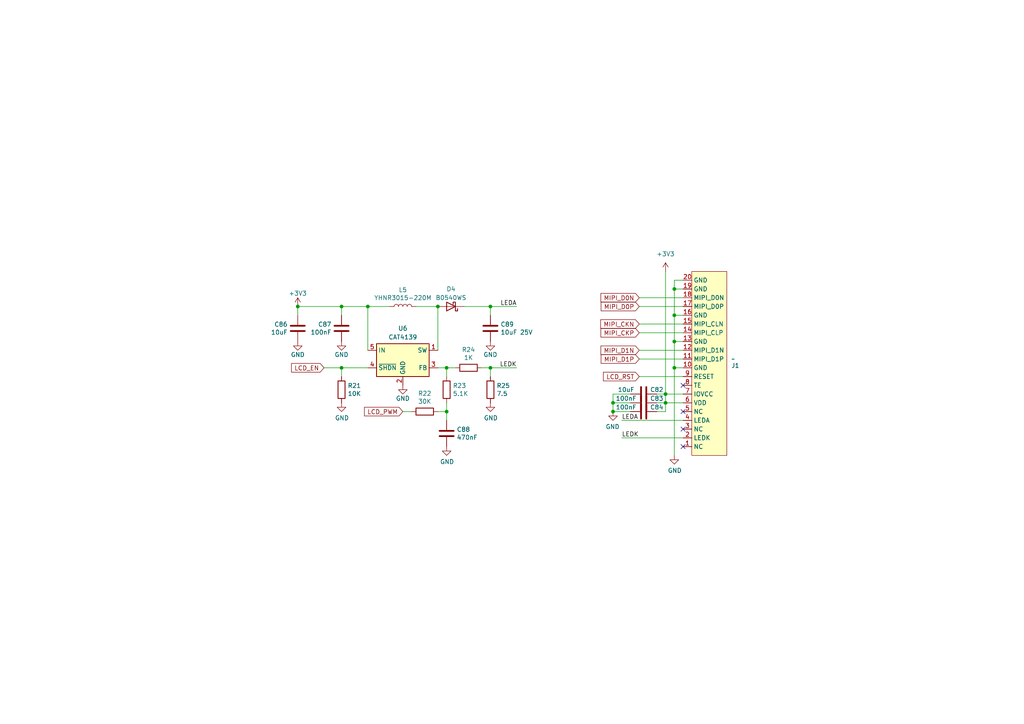
<source format=kicad_sch>
(kicad_sch (version 20231120) (generator "eeschema") (generator_version "8.0")
  (paper "A4")
  (title_block (title "LCD Power Supply and Connector") (date "2024-06-09") (rev "R0.10") (company "Copyright 2024 Anhang Li, Wenting Zhang") (comment 2 "MERCHANTABILITY, SATISFACTORY QUALITY AND FITNESS FOR A PARTICULAR PURPOSE.") (comment 3 "This source is distributed WITHOUT ANY EXPRESS OR IMPLIED WARRANTY, INCLUDING OF") (comment 4 "This source describes Open Hardware and is licensed under the CERN-OHL-P v2."))
  (lib_symbols
    (symbol "Device:C" (pin_numbers hide) (pin_names (offset 0.254))
      (property "Reference" "C" (at 0.635 2.54 0))
      (property "Value" "C" (at 0.635 -2.54 0))
      (symbol "C_0_1"
        (polyline (pts (xy -2.032 -0.762) (xy 2.032 -0.762)) (stroke (width 0.508)))
        (polyline (pts (xy -2.032 0.762) (xy 2.032 0.762)) (stroke (width 0.508)))
      )
      (symbol "C_1_1"
        (pin passive line (at 0 3.81 270) (length 2.794) (name "~") (number "1"))
        (pin passive line (at 0 -3.81 90) (length 2.794) (name "~") (number "2"))
      )
    )
    (symbol "Device:L" (pin_numbers hide) (pin_names (offset 1.016) hide)
      (property "Reference" "L" (at -1.27 0 90))
      (property "Value" "L" (at 1.905 0 90))
      (symbol "L_0_1"
        (arc (start 0 -2.54) (mid 0.6323 -1.905) (end 0 -1.27))
        (arc (start 0 -1.27) (mid 0.6323 -0.635) (end 0 0))
        (arc (start 0 0) (mid 0.6323 0.635) (end 0 1.27))
        (arc (start 0 1.27) (mid 0.6323 1.905) (end 0 2.54))
      )
      (symbol "L_1_1"
        (pin passive line (at 0 3.81 270) (length 1.27) (name "1") (number "1"))
        (pin passive line (at 0 -3.81 90) (length 1.27) (name "2") (number "2"))
      )
    )
    (symbol "Device:R" (pin_numbers hide) (pin_names (offset 0))
      (property "Reference" "R" (at 2.032 0 90))
      (property "Value" "R" (at 0 0 90))
      (symbol "R_0_1"
        (rectangle (start -1.016 -2.54) (end 1.016 2.54) (stroke (width 0.254)))
      )
      (symbol "R_1_1"
        (pin passive line (at 0 3.81 270) (length 1.27) (name "~") (number "1"))
        (pin passive line (at 0 -3.81 90) (length 1.27) (name "~") (number "2"))
      )
    )
    (symbol "Diode:MBR0530" (pin_numbers hide) (pin_names (offset 1.016) hide)
      (property "Reference" "D" (at 0 2.54 0))
      (property "Value" "MBR0530" (at 0 -2.54 0))
      (symbol "MBR0530_0_1"
        (polyline (pts (xy 1.27 0) (xy -1.27 0)))
        (polyline (pts (xy 1.27 1.27) (xy 1.27 -1.27) (xy -1.27 0) (xy 1.27 1.27)) (stroke (width 0.254)))
        (polyline (pts (xy -1.905 0.635) (xy -1.905 1.27) (xy -1.27 1.27) (xy -1.27 -1.27) (xy -0.635 -1.27) (xy -0.635 -0.635)) (stroke (width 0.254)))
      )
      (symbol "MBR0530_1_1"
        (pin passive line (at -3.81 0 0) (length 2.54) (name "K") (number "1"))
        (pin passive line (at 3.81 0 180) (length 2.54) (name "A") (number "2"))
      )
    )
    (symbol "Regulator_Switching:AP3012"
      (property "Reference" "U" (at -7.62 5.715 0))
      (property "Value" "AP3012" (at 0 5.715 0))
      (symbol "AP3012_0_1"
        (rectangle (start -7.62 4.445) (end 7.62 -5.08) (stroke (width 0.254)) (fill (type background)))
      )
      (symbol "AP3012_1_1"
        (pin passive line (at 10.16 2.54 180) (length 2.54) (name "SW") (number "1"))
        (pin power_in line (at 0 -7.62 90) (length 2.54) (name "GND") (number "2"))
        (pin input line (at 10.16 -2.54 180) (length 2.54) (name "FB") (number "3"))
        (pin input line (at -10.16 -2.54 0) (length 2.54) (name "~{SHDN}") (number "4"))
        (pin power_in line (at -10.16 2.54 0) (length 2.54) (name "IN") (number "5"))
      )
    )
    (symbol "power:+3V3" (power) (pin_names (offset 0))
      (property "Value" "+3V3" (at 0 3.556 0))
      (symbol "+3V3_0_1"
        (polyline (pts (xy -0.762 1.27) (xy 0 2.54)))
        (polyline (pts (xy 0 0) (xy 0 2.54)))
        (polyline (pts (xy 0 2.54) (xy 0.762 1.27)))
      )
      (symbol "+3V3_1_1"
        (pin power_in line (at 0 0 90) (length 0) hide (name "+3V3") (number "1"))
      )
    )
    (symbol "power:GND" (power) (pin_names (offset 0))
      (property "Value" "GND" (at 0 -3.81 0))
      (symbol "GND_0_1"
        (polyline (pts (xy 0 0) (xy 0 -1.27) (xy 1.27 -1.27) (xy 0 -2.54) (xy -1.27 -1.27) (xy 0 -1.27)))
      )
      (symbol "GND_1_1"
        (pin power_in line (at 0 0 270) (length 0) hide (name "GND") (number "1"))
      )
    )
    (symbol "symbols:KD034WXFID001"
      (property "Reference" "J" (at 2.54 2.54 0))
      (symbol "KD034WXFID001_1_1"
        (rectangle (start 0 0) (end 10.16 -53.34) (fill (type background)))
        (pin input line (at -2.54 -2.54 0) (length 2.54) (name "NC") (number "1"))
        (pin input line (at -2.54 -25.4 0) (length 2.54) (name "GND") (number "10"))
        (pin input line (at -2.54 -27.94 0) (length 2.54) (name "MIPI_D1P") (number "11"))
        (pin input line (at -2.54 -30.48 0) (length 2.54) (name "MIPI_D1N") (number "12"))
        (pin input line (at -2.54 -33.02 0) (length 2.54) (name "GND") (number "13"))
        (pin input line (at -2.54 -35.56 0) (length 2.54) (name "MIPI_CLP") (number "14"))
        (pin input line (at -2.54 -38.1 0) (length 2.54) (name "MIPI_CLN") (number "15"))
        (pin input line (at -2.54 -40.64 0) (length 2.54) (name "GND") (number "16"))
        (pin input line (at -2.54 -43.18 0) (length 2.54) (name "MIPI_D0P") (number "17"))
        (pin input line (at -2.54 -45.72 0) (length 2.54) (name "MIPI_D0N") (number "18"))
        (pin input line (at -2.54 -48.26 0) (length 2.54) (name "GND") (number "19"))
        (pin input line (at -2.54 -5.08 0) (length 2.54) (name "LEDK") (number "2"))
        (pin input line (at -2.54 -50.8 0) (length 2.54) (name "GND") (number "20"))
        (pin input line (at -2.54 -7.62 0) (length 2.54) (name "NC") (number "3"))
        (pin input line (at -2.54 -10.16 0) (length 2.54) (name "LEDA") (number "4"))
        (pin input line (at -2.54 -12.7 0) (length 2.54) (name "NC") (number "5"))
        (pin input line (at -2.54 -15.24 0) (length 2.54) (name "VDD") (number "6"))
        (pin input line (at -2.54 -17.78 0) (length 2.54) (name "IOVCC") (number "7"))
        (pin input line (at -2.54 -20.32 0) (length 2.54) (name "TE") (number "8"))
        (pin input line (at -2.54 -22.86 0) (length 2.54) (name "RESET") (number "9"))
      )
    )
  )
  (junction (at 195.58 99.06))
  (junction (at 142.24 88.9) (diameter 0.9144))
  (junction (at 99.06 106.68) (diameter 0.9144))
  (junction (at 129.54 106.68) (diameter 0.9144))
  (junction (at 193.04 116.84))
  (junction (at 177.8 116.84))
  (junction (at 142.24 106.68) (diameter 0.9144))
  (junction (at 195.58 83.82))
  (junction (at 177.8 119.38))
  (junction (at 129.54 119.38) (diameter 0.9144))
  (junction (at 127 88.9) (diameter 0.9144))
  (junction (at 99.06 88.9) (diameter 0.9144))
  (junction (at 193.04 114.3))
  (junction (at 195.58 106.68))
  (junction (at 106.68 88.9) (diameter 0.9144))
  (junction (at 195.58 91.44))
  (junction (at 86.36 88.9))
  (no_connect (at 198.12 111.76))
  (no_connect (at 198.12 129.54))
  (no_connect (at 198.12 119.38))
  (no_connect (at 198.12 124.46))
  (wire (pts (xy 198.12 81.28) (xy 195.58 81.28)))
  (wire (pts (xy 195.58 99.06) (xy 198.12 99.06)))
  (wire (pts (xy 116.84 119.38) (xy 119.38 119.38)))
  (wire (pts (xy 195.58 83.82) (xy 198.12 83.82)))
  (wire (pts (xy 106.68 88.9) (xy 106.68 101.6)))
  (wire (pts (xy 142.24 106.68) (xy 139.7 106.68)))
  (wire (pts (xy 86.36 91.44) (xy 86.36 88.9)))
  (wire (pts (xy 185.42 88.9) (xy 198.12 88.9)))
  (wire (pts (xy 99.06 106.68) (xy 93.98 106.68)))
  (wire (pts (xy 86.36 88.9) (xy 99.06 88.9)))
  (wire (pts (xy 180.34 121.92) (xy 198.12 121.92)))
  (wire (pts (xy 185.42 93.98) (xy 198.12 93.98)))
  (wire (pts (xy 106.68 88.9) (xy 113.03 88.9)))
  (wire (pts (xy 142.24 88.9) (xy 149.86 88.9)))
  (wire (pts (xy 195.58 83.82) (xy 195.58 91.44)))
  (wire (pts (xy 106.68 106.68) (xy 99.06 106.68)))
  (wire (pts (xy 185.42 101.6) (xy 198.12 101.6)))
  (wire (pts (xy 195.58 99.06) (xy 195.58 106.68)))
  (wire (pts (xy 190.5 116.84) (xy 193.04 116.84)))
  (wire (pts (xy 185.42 96.52) (xy 198.12 96.52)))
  (wire (pts (xy 127 106.68) (xy 129.54 106.68)))
  (wire (pts (xy 193.04 114.3) (xy 193.04 116.84)))
  (wire (pts (xy 142.24 109.22) (xy 142.24 106.68)))
  (wire (pts (xy 195.58 106.68) (xy 195.58 132.08)))
  (wire (pts (xy 185.42 104.14) (xy 198.12 104.14)))
  (wire (pts (xy 190.5 114.3) (xy 193.04 114.3)))
  (wire (pts (xy 182.88 116.84) (xy 177.8 116.84)))
  (wire (pts (xy 177.8 119.38) (xy 182.88 119.38)))
  (wire (pts (xy 127 119.38) (xy 129.54 119.38)))
  (wire (pts (xy 177.8 114.3) (xy 177.8 116.84)))
  (wire (pts (xy 193.04 116.84) (xy 193.04 119.38)))
  (wire (pts (xy 142.24 91.44) (xy 142.24 88.9)))
  (wire (pts (xy 129.54 121.92) (xy 129.54 119.38)))
  (wire (pts (xy 99.06 91.44) (xy 99.06 88.9)))
  (wire (pts (xy 193.04 114.3) (xy 198.12 114.3)))
  (wire (pts (xy 180.34 127) (xy 198.12 127)))
  (wire (pts (xy 129.54 106.68) (xy 132.08 106.68)))
  (wire (pts (xy 142.24 106.68) (xy 149.86 106.68)))
  (wire (pts (xy 195.58 91.44) (xy 195.58 99.06)))
  (wire (pts (xy 127 88.9) (xy 127 101.6)))
  (wire (pts (xy 185.42 86.36) (xy 198.12 86.36)))
  (wire (pts (xy 134.62 88.9) (xy 142.24 88.9)))
  (wire (pts (xy 120.65 88.9) (xy 127 88.9)))
  (wire (pts (xy 129.54 109.22) (xy 129.54 106.68)))
  (wire (pts (xy 193.04 116.84) (xy 198.12 116.84)))
  (wire (pts (xy 177.8 116.84) (xy 177.8 119.38)))
  (wire (pts (xy 190.5 119.38) (xy 193.04 119.38)))
  (wire (pts (xy 129.54 119.38) (xy 129.54 116.84)))
  (wire (pts (xy 195.58 106.68) (xy 198.12 106.68)))
  (wire (pts (xy 185.42 109.22) (xy 198.12 109.22)))
  (wire (pts (xy 195.58 81.28) (xy 195.58 83.82)))
  (wire (pts (xy 182.88 114.3) (xy 177.8 114.3)))
  (wire (pts (xy 195.58 91.44) (xy 198.12 91.44)))
  (wire (pts (xy 193.04 78.74) (xy 193.04 114.3)))
  (wire (pts (xy 99.06 88.9) (xy 106.68 88.9)))
  (wire (pts (xy 99.06 109.22) (xy 99.06 106.68)))
  (label "LEDA" (at 149.86 88.9 180))
  (label "LEDK" (at 180.34 127 0))
  (label "LEDK" (at 149.86 106.68 180))
  (label "LEDA" (at 180.34 121.92 0))
  (global_label "MIPI_CKN" (shape input) (at 185.42 93.98 180) (property "Intersheetrefs" "${INTERSHEET_REFS}" (effects (hide yes))))
  (global_label "LCD_RST" (shape input) (at 185.42 109.22 180) (property "Intersheetrefs" "${INTERSHEET_REFS}" (effects (hide yes))))
  (global_label "MIPI_D1N" (shape input) (at 185.42 101.6 180) (property "Intersheetrefs" "${INTERSHEET_REFS}" (effects (hide yes))))
  (global_label "LCD_EN" (shape input) (at 93.98 106.68 180) (property "Intersheetrefs" "${INTERSHEET_REFS}" (effects (hide yes))))
  (global_label "MIPI_D0N" (shape input) (at 185.42 86.36 180) (property "Intersheetrefs" "${INTERSHEET_REFS}" (effects (hide yes))))
  (global_label "MIPI_D0P" (shape input) (at 185.42 88.9 180) (property "Intersheetrefs" "${INTERSHEET_REFS}" (effects (hide yes))))
  (global_label "MIPI_CKP" (shape input) (at 185.42 96.52 180) (property "Intersheetrefs" "${INTERSHEET_REFS}" (effects (hide yes))))
  (global_label "LCD_PWM" (shape input) (at 116.84 119.38 180) (property "Intersheetrefs" "${INTERSHEET_REFS}" (effects (hide yes))))
  (global_label "MIPI_D1P" (shape input) (at 185.42 104.14 180) (property "Intersheetrefs" "${INTERSHEET_REFS}" (effects (hide yes))))
  (symbol (lib_id "Device:R") (at 142.24 113.03 0) (unit 1)
    (property "Reference" "R25" (at 144.018 111.8616 0) (effects (justify left)))
    (property "Value" "7.5" (at 144.018 114.173 0) (effects (justify left)))
    (property "Footprint" "Resistor_SMD:R_0402_1005Metric" (effects (hide yes)))
  )
  (symbol (lib_id "power:GND") (at 142.24 116.84 0) (unit 1)
    (property "Reference" "#PWR083" (effects (hide yes)))
    (property "Value" "GND" (at 142.367 121.2342 0))
  )
  (symbol (lib_id "Regulator_Switching:AP3012") (at 116.84 104.14 0) (unit 1)
    (property "Reference" "U6" (at 116.84 95.25 0))
    (property "Value" "CAT4139" (at 116.84 97.79 0))
    (property "Footprint" "Package_TO_SOT_SMD:SOT-23-5" (effects (hide yes)))
    (property "Datasheet" "https://www.onsemi.com/pdf/datasheet/cat4139-d.pdf" (effects (hide yes)))
  )
  (symbol (lib_id "Device:L") (at 116.84 88.9 90) (unit 1)
    (property "Reference" "L5" (at 116.84 84.074 90))
    (property "Value" "YHNR3015-220M" (at 116.84 86.3854 90))
    (property "Footprint" "Inductor_SMD:L_Changjiang_FNR3015S" (effects (hide yes)))
  )
  (symbol (lib_id "Device:C") (at 86.36 95.25 0) (mirror x) (unit 1)
    (property "Reference" "C86" (at 83.439 94.0816 0) (effects (justify right)))
    (property "Value" "10uF" (at 83.439 96.393 0) (effects (justify right)))
    (property "Footprint" "Capacitor_SMD:C_0603_1608Metric" (effects (hide yes)))
  )
  (symbol (lib_id "Device:C") (at 129.54 125.73 180) (unit 1)
    (property "Reference" "C88" (at 132.461 124.5616 0) (effects (justify right)))
    (property "Value" "470nF" (at 132.461 126.873 0) (effects (justify right)))
    (property "Footprint" "Capacitor_SMD:C_0402_1005Metric" (effects (hide yes)))
  )
  (symbol (lib_id "power:GND") (at 116.84 111.76 0) (unit 1)
    (property "Reference" "#PWR080" (effects (hide yes)))
    (property "Value" "GND" (at 116.84 115.57 0))
  )
  (symbol (lib_id "power:+3V3") (at 193.04 78.74 0) (unit 1)
    (property "Reference" "#PWR073" (effects (hide yes)))
    (property "Value" "+3V3" (at 193.04 73.66 0))
  )
  (symbol (lib_id "Device:C") (at 99.06 95.25 0) (mirror x) (unit 1)
    (property "Reference" "C87" (at 96.139 94.0816 0) (effects (justify right)))
    (property "Value" "100nF" (at 96.139 96.393 0) (effects (justify right)))
    (property "Footprint" "Capacitor_SMD:C_0402_1005Metric" (effects (hide yes)))
  )
  (symbol (lib_id "power:GND") (at 129.54 129.54 0) (unit 1)
    (property "Reference" "#PWR081" (effects (hide yes)))
    (property "Value" "GND" (at 129.667 133.9342 0))
  )
  (symbol (lib_id "power:GND") (at 195.58 132.08 0) (unit 1)
    (property "Reference" "#PWR0208" (effects (hide yes)))
    (property "Value" "GND" (at 195.707 136.4742 0))
  )
  (symbol (lib_id "power:+3V3") (at 86.36 88.9 0) (unit 1)
    (property "Reference" "#PWR072" (effects (hide yes)))
    (property "Value" "+3V3" (at 86.36 85.09 0))
  )
  (symbol (lib_id "power:GND") (at 99.06 116.84 0) (unit 1)
    (property "Reference" "#PWR079" (effects (hide yes)))
    (property "Value" "GND" (at 99.187 121.2342 0))
  )
  (symbol (lib_id "Device:R") (at 99.06 113.03 0) (unit 1)
    (property "Reference" "R21" (at 100.838 111.8616 0) (effects (justify left)))
    (property "Value" "10K" (at 100.838 114.173 0) (effects (justify left)))
    (property "Footprint" "Resistor_SMD:R_0402_1005Metric" (effects (hide yes)))
  )
  (symbol (lib_id "Device:C") (at 142.24 95.25 180) (unit 1)
    (property "Reference" "C89" (at 145.161 94.0816 0) (effects (justify right)))
    (property "Value" "10uF 25V" (at 145.161 96.393 0) (effects (justify right)))
    (property "Footprint" "Capacitor_SMD:C_0805_2012Metric" (effects (hide yes)))
  )
  (symbol (lib_id "power:GND") (at 142.24 99.06 0) (unit 1)
    (property "Reference" "#PWR082" (effects (hide yes)))
    (property "Value" "GND" (at 142.24 102.87 0))
  )
  (symbol (lib_id "Device:R") (at 123.19 119.38 270) (unit 1)
    (property "Reference" "R22" (at 123.19 114.1222 90))
    (property "Value" "30K" (at 123.19 116.4336 90))
    (property "Footprint" "Resistor_SMD:R_0402_1005Metric" (effects (hide yes)))
  )
  (symbol (lib_id "Device:C") (at 186.69 119.38 270) (mirror x) (unit 1)
    (property "Reference" "C84" (at 190.5 118.11 90))
    (property "Value" "100nF" (at 181.61 118.11 90))
    (property "Footprint" "Capacitor_SMD:C_0402_1005Metric" (effects (hide yes)))
  )
  (symbol (lib_id "Device:C") (at 186.69 114.3 90) (mirror x) (unit 1)
    (property "Reference" "C82" (at 190.5 113.03 90))
    (property "Value" "10uF" (at 181.61 113.03 90))
    (property "Footprint" "Capacitor_SMD:C_0603_1608Metric" (effects (hide yes)))
  )
  (symbol (lib_id "symbols:KD034WXFID001") (at 200.66 132.08 0) (mirror x) (unit 1)
    (property "Reference" "J1" (at 212.09 106.0451 0) (effects (justify left)))
    (property "Value" "~" (at 212.09 104.14 0) (effects (justify left)))
    (property "Footprint" "footprints:Hirose_FH12-20S-0.5SH_1x20-1MP_P0.50mm_Horizontal_Reversed" (effects (hide yes)))
  )
  (symbol (lib_id "power:GND") (at 86.36 99.06 0) (mirror y) (unit 1)
    (property "Reference" "#PWR077" (effects (hide yes)))
    (property "Value" "GND" (at 86.36 102.87 0))
  )
  (symbol (lib_id "power:GND") (at 99.06 99.06 0) (mirror y) (unit 1)
    (property "Reference" "#PWR078" (effects (hide yes)))
    (property "Value" "GND" (at 99.06 102.87 0))
  )
  (symbol (lib_id "Device:C") (at 186.69 116.84 270) (mirror x) (unit 1)
    (property "Reference" "C83" (at 190.5 115.57 90))
    (property "Value" "100nF" (at 181.61 115.57 90))
    (property "Footprint" "Capacitor_SMD:C_0402_1005Metric" (effects (hide yes)))
  )
  (symbol (lib_id "Device:R") (at 135.89 106.68 270) (unit 1)
    (property "Reference" "R24" (at 135.89 101.4222 90))
    (property "Value" "1K" (at 135.89 103.7336 90))
    (property "Footprint" "Resistor_SMD:R_0402_1005Metric" (effects (hide yes)))
  )
  (symbol (lib_id "Diode:MBR0530") (at 130.81 88.9 180) (unit 1)
    (property "Reference" "D4" (at 130.81 83.82 0))
    (property "Value" "B0540WS" (at 130.81 86.36 0))
    (property "Footprint" "Diode_SMD:D_SOD-323" (effects (hide yes)))
  )
  (symbol (lib_id "power:GND") (at 177.8 119.38 0) (mirror y) (unit 1)
    (property "Reference" "#PWR071" (effects (hide yes)))
    (property "Value" "GND" (at 177.673 123.7742 0))
  )
  (symbol (lib_id "Device:R") (at 129.54 113.03 0) (unit 1)
    (property "Reference" "R23" (at 131.318 111.8616 0) (effects (justify left)))
    (property "Value" "5.1K" (at 131.318 114.173 0) (effects (justify left)))
    (property "Footprint" "Resistor_SMD:R_0402_1005Metric" (effects (hide yes)))
  )
)
</source>
